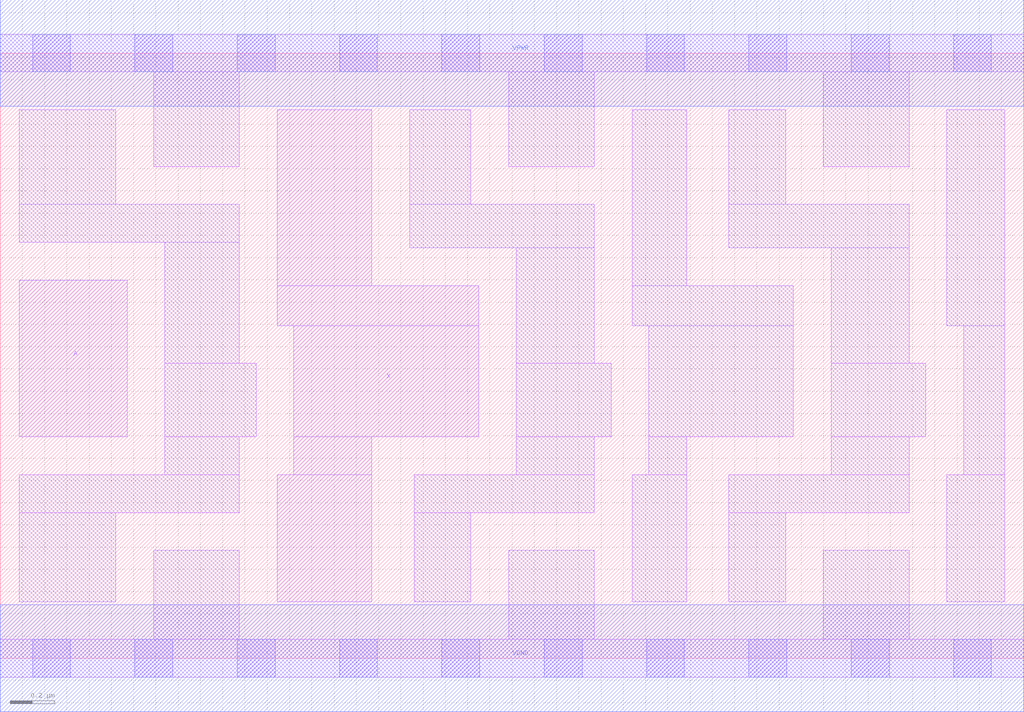
<source format=lef>
# Copyright 2020 The SkyWater PDK Authors
#
# Licensed under the Apache License, Version 2.0 (the "License");
# you may not use this file except in compliance with the License.
# You may obtain a copy of the License at
#
#     https://www.apache.org/licenses/LICENSE-2.0
#
# Unless required by applicable law or agreed to in writing, software
# distributed under the License is distributed on an "AS IS" BASIS,
# WITHOUT WARRANTIES OR CONDITIONS OF ANY KIND, either express or implied.
# See the License for the specific language governing permissions and
# limitations under the License.
#
# SPDX-License-Identifier: Apache-2.0

VERSION 5.7 ;
  NOWIREEXTENSIONATPIN ON ;
  DIVIDERCHAR "/" ;
  BUSBITCHARS "[]" ;
UNITS
  DATABASE MICRONS 200 ;
END UNITS
MACRO sky130_fd_sc_hd__dlymetal6s2s_1
  CLASS CORE ;
  FOREIGN sky130_fd_sc_hd__dlymetal6s2s_1 ;
  ORIGIN  0.000000  0.000000 ;
  SIZE  4.600000 BY  2.720000 ;
  SYMMETRY X Y R90 ;
  SITE unithd ;
  PIN A
    ANTENNAGATEAREA  0.126000 ;
    DIRECTION INPUT ;
    USE SIGNAL ;
    PORT
      LAYER li1 ;
        RECT 0.085000 0.995000 0.570000 1.700000 ;
    END
  END A
  PIN X
    ANTENNADIFFAREA  0.429000 ;
    ANTENNAGATEAREA  0.126000 ;
    DIRECTION OUTPUT ;
    USE SIGNAL ;
    PORT
      LAYER li1 ;
        RECT 1.245000 0.255000 1.670000 0.825000 ;
        RECT 1.245000 1.495000 2.150000 1.675000 ;
        RECT 1.245000 1.675000 1.670000 2.465000 ;
        RECT 1.320000 0.825000 1.670000 0.995000 ;
        RECT 1.320000 0.995000 2.150000 1.495000 ;
    END
  END X
  PIN VGND
    DIRECTION INOUT ;
    SHAPE ABUTMENT ;
    USE GROUND ;
    PORT
      LAYER met1 ;
        RECT 0.000000 -0.240000 4.600000 0.240000 ;
    END
  END VGND
  PIN VPWR
    DIRECTION INOUT ;
    SHAPE ABUTMENT ;
    USE POWER ;
    PORT
      LAYER met1 ;
        RECT 0.000000 2.480000 4.600000 2.960000 ;
    END
  END VPWR
  OBS
    LAYER li1 ;
      RECT 0.000000 -0.085000 4.600000 0.085000 ;
      RECT 0.000000  2.635000 4.600000 2.805000 ;
      RECT 0.085000  0.255000 0.520000 0.655000 ;
      RECT 0.085000  0.655000 1.075000 0.825000 ;
      RECT 0.085000  1.870000 1.075000 2.040000 ;
      RECT 0.085000  2.040000 0.520000 2.465000 ;
      RECT 0.690000  0.085000 1.075000 0.485000 ;
      RECT 0.690000  2.210000 1.075000 2.635000 ;
      RECT 0.740000  0.825000 1.075000 0.995000 ;
      RECT 0.740000  0.995000 1.150000 1.325000 ;
      RECT 0.740000  1.325000 1.075000 1.870000 ;
      RECT 1.840000  1.845000 2.670000 2.040000 ;
      RECT 1.840000  2.040000 2.115000 2.465000 ;
      RECT 1.860000  0.255000 2.115000 0.655000 ;
      RECT 1.860000  0.655000 2.670000 0.825000 ;
      RECT 2.285000  0.085000 2.670000 0.485000 ;
      RECT 2.285000  2.210000 2.670000 2.635000 ;
      RECT 2.320000  0.825000 2.670000 0.995000 ;
      RECT 2.320000  0.995000 2.745000 1.325000 ;
      RECT 2.320000  1.325000 2.670000 1.845000 ;
      RECT 2.840000  0.255000 3.085000 0.825000 ;
      RECT 2.840000  1.495000 3.565000 1.675000 ;
      RECT 2.840000  1.675000 3.085000 2.465000 ;
      RECT 2.915000  0.825000 3.085000 0.995000 ;
      RECT 2.915000  0.995000 3.565000 1.495000 ;
      RECT 3.275000  0.255000 3.530000 0.655000 ;
      RECT 3.275000  0.655000 4.085000 0.825000 ;
      RECT 3.275000  1.845000 4.085000 2.040000 ;
      RECT 3.275000  2.040000 3.530000 2.465000 ;
      RECT 3.700000  0.085000 4.085000 0.485000 ;
      RECT 3.700000  2.210000 4.085000 2.635000 ;
      RECT 3.735000  0.825000 4.085000 0.995000 ;
      RECT 3.735000  0.995000 4.160000 1.325000 ;
      RECT 3.735000  1.325000 4.085000 1.845000 ;
      RECT 4.255000  0.255000 4.515000 0.825000 ;
      RECT 4.255000  1.495000 4.515000 2.465000 ;
      RECT 4.330000  0.825000 4.515000 1.495000 ;
    LAYER mcon ;
      RECT 0.145000 -0.085000 0.315000 0.085000 ;
      RECT 0.145000  2.635000 0.315000 2.805000 ;
      RECT 0.605000 -0.085000 0.775000 0.085000 ;
      RECT 0.605000  2.635000 0.775000 2.805000 ;
      RECT 1.065000 -0.085000 1.235000 0.085000 ;
      RECT 1.065000  2.635000 1.235000 2.805000 ;
      RECT 1.525000 -0.085000 1.695000 0.085000 ;
      RECT 1.525000  2.635000 1.695000 2.805000 ;
      RECT 1.985000 -0.085000 2.155000 0.085000 ;
      RECT 1.985000  2.635000 2.155000 2.805000 ;
      RECT 2.445000 -0.085000 2.615000 0.085000 ;
      RECT 2.445000  2.635000 2.615000 2.805000 ;
      RECT 2.905000 -0.085000 3.075000 0.085000 ;
      RECT 2.905000  2.635000 3.075000 2.805000 ;
      RECT 3.365000 -0.085000 3.535000 0.085000 ;
      RECT 3.365000  2.635000 3.535000 2.805000 ;
      RECT 3.825000 -0.085000 3.995000 0.085000 ;
      RECT 3.825000  2.635000 3.995000 2.805000 ;
      RECT 4.285000 -0.085000 4.455000 0.085000 ;
      RECT 4.285000  2.635000 4.455000 2.805000 ;
  END
END sky130_fd_sc_hd__dlymetal6s2s_1
END LIBRARY

</source>
